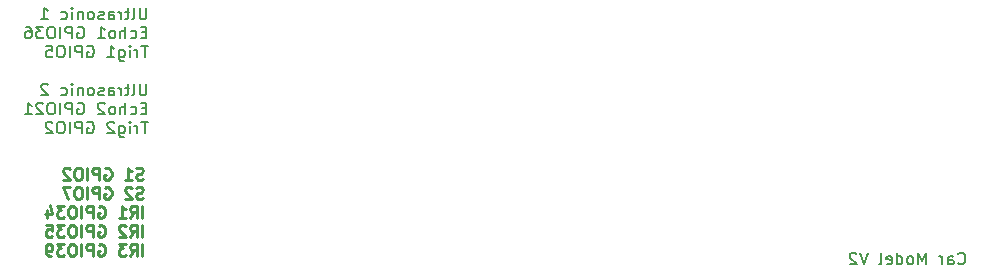
<source format=gbr>
%TF.GenerationSoftware,KiCad,Pcbnew,9.0.2*%
%TF.CreationDate,2025-05-20T20:50:19+05:30*%
%TF.ProjectId,esp32 master,65737033-3220-46d6-9173-7465722e6b69,rev?*%
%TF.SameCoordinates,Original*%
%TF.FileFunction,Legend,Bot*%
%TF.FilePolarity,Positive*%
%FSLAX46Y46*%
G04 Gerber Fmt 4.6, Leading zero omitted, Abs format (unit mm)*
G04 Created by KiCad (PCBNEW 9.0.2) date 2025-05-20 20:50:19*
%MOMM*%
%LPD*%
G01*
G04 APERTURE LIST*
%ADD10C,0.250000*%
%ADD11C,0.200000*%
G04 APERTURE END LIST*
D10*
X81515050Y-106877224D02*
X81372193Y-106924843D01*
X81372193Y-106924843D02*
X81134098Y-106924843D01*
X81134098Y-106924843D02*
X81038860Y-106877224D01*
X81038860Y-106877224D02*
X80991241Y-106829604D01*
X80991241Y-106829604D02*
X80943622Y-106734366D01*
X80943622Y-106734366D02*
X80943622Y-106639128D01*
X80943622Y-106639128D02*
X80991241Y-106543890D01*
X80991241Y-106543890D02*
X81038860Y-106496271D01*
X81038860Y-106496271D02*
X81134098Y-106448652D01*
X81134098Y-106448652D02*
X81324574Y-106401033D01*
X81324574Y-106401033D02*
X81419812Y-106353414D01*
X81419812Y-106353414D02*
X81467431Y-106305795D01*
X81467431Y-106305795D02*
X81515050Y-106210557D01*
X81515050Y-106210557D02*
X81515050Y-106115319D01*
X81515050Y-106115319D02*
X81467431Y-106020081D01*
X81467431Y-106020081D02*
X81419812Y-105972462D01*
X81419812Y-105972462D02*
X81324574Y-105924843D01*
X81324574Y-105924843D02*
X81086479Y-105924843D01*
X81086479Y-105924843D02*
X80943622Y-105972462D01*
X79991241Y-106924843D02*
X80562669Y-106924843D01*
X80276955Y-106924843D02*
X80276955Y-105924843D01*
X80276955Y-105924843D02*
X80372193Y-106067700D01*
X80372193Y-106067700D02*
X80467431Y-106162938D01*
X80467431Y-106162938D02*
X80562669Y-106210557D01*
X78276955Y-105972462D02*
X78372193Y-105924843D01*
X78372193Y-105924843D02*
X78515050Y-105924843D01*
X78515050Y-105924843D02*
X78657907Y-105972462D01*
X78657907Y-105972462D02*
X78753145Y-106067700D01*
X78753145Y-106067700D02*
X78800764Y-106162938D01*
X78800764Y-106162938D02*
X78848383Y-106353414D01*
X78848383Y-106353414D02*
X78848383Y-106496271D01*
X78848383Y-106496271D02*
X78800764Y-106686747D01*
X78800764Y-106686747D02*
X78753145Y-106781985D01*
X78753145Y-106781985D02*
X78657907Y-106877224D01*
X78657907Y-106877224D02*
X78515050Y-106924843D01*
X78515050Y-106924843D02*
X78419812Y-106924843D01*
X78419812Y-106924843D02*
X78276955Y-106877224D01*
X78276955Y-106877224D02*
X78229336Y-106829604D01*
X78229336Y-106829604D02*
X78229336Y-106496271D01*
X78229336Y-106496271D02*
X78419812Y-106496271D01*
X77800764Y-106924843D02*
X77800764Y-105924843D01*
X77800764Y-105924843D02*
X77419812Y-105924843D01*
X77419812Y-105924843D02*
X77324574Y-105972462D01*
X77324574Y-105972462D02*
X77276955Y-106020081D01*
X77276955Y-106020081D02*
X77229336Y-106115319D01*
X77229336Y-106115319D02*
X77229336Y-106258176D01*
X77229336Y-106258176D02*
X77276955Y-106353414D01*
X77276955Y-106353414D02*
X77324574Y-106401033D01*
X77324574Y-106401033D02*
X77419812Y-106448652D01*
X77419812Y-106448652D02*
X77800764Y-106448652D01*
X76800764Y-106924843D02*
X76800764Y-105924843D01*
X76134098Y-105924843D02*
X75943622Y-105924843D01*
X75943622Y-105924843D02*
X75848384Y-105972462D01*
X75848384Y-105972462D02*
X75753146Y-106067700D01*
X75753146Y-106067700D02*
X75705527Y-106258176D01*
X75705527Y-106258176D02*
X75705527Y-106591509D01*
X75705527Y-106591509D02*
X75753146Y-106781985D01*
X75753146Y-106781985D02*
X75848384Y-106877224D01*
X75848384Y-106877224D02*
X75943622Y-106924843D01*
X75943622Y-106924843D02*
X76134098Y-106924843D01*
X76134098Y-106924843D02*
X76229336Y-106877224D01*
X76229336Y-106877224D02*
X76324574Y-106781985D01*
X76324574Y-106781985D02*
X76372193Y-106591509D01*
X76372193Y-106591509D02*
X76372193Y-106258176D01*
X76372193Y-106258176D02*
X76324574Y-106067700D01*
X76324574Y-106067700D02*
X76229336Y-105972462D01*
X76229336Y-105972462D02*
X76134098Y-105924843D01*
X75324574Y-106020081D02*
X75276955Y-105972462D01*
X75276955Y-105972462D02*
X75181717Y-105924843D01*
X75181717Y-105924843D02*
X74943622Y-105924843D01*
X74943622Y-105924843D02*
X74848384Y-105972462D01*
X74848384Y-105972462D02*
X74800765Y-106020081D01*
X74800765Y-106020081D02*
X74753146Y-106115319D01*
X74753146Y-106115319D02*
X74753146Y-106210557D01*
X74753146Y-106210557D02*
X74800765Y-106353414D01*
X74800765Y-106353414D02*
X75372193Y-106924843D01*
X75372193Y-106924843D02*
X74753146Y-106924843D01*
X81515050Y-108487168D02*
X81372193Y-108534787D01*
X81372193Y-108534787D02*
X81134098Y-108534787D01*
X81134098Y-108534787D02*
X81038860Y-108487168D01*
X81038860Y-108487168D02*
X80991241Y-108439548D01*
X80991241Y-108439548D02*
X80943622Y-108344310D01*
X80943622Y-108344310D02*
X80943622Y-108249072D01*
X80943622Y-108249072D02*
X80991241Y-108153834D01*
X80991241Y-108153834D02*
X81038860Y-108106215D01*
X81038860Y-108106215D02*
X81134098Y-108058596D01*
X81134098Y-108058596D02*
X81324574Y-108010977D01*
X81324574Y-108010977D02*
X81419812Y-107963358D01*
X81419812Y-107963358D02*
X81467431Y-107915739D01*
X81467431Y-107915739D02*
X81515050Y-107820501D01*
X81515050Y-107820501D02*
X81515050Y-107725263D01*
X81515050Y-107725263D02*
X81467431Y-107630025D01*
X81467431Y-107630025D02*
X81419812Y-107582406D01*
X81419812Y-107582406D02*
X81324574Y-107534787D01*
X81324574Y-107534787D02*
X81086479Y-107534787D01*
X81086479Y-107534787D02*
X80943622Y-107582406D01*
X80562669Y-107630025D02*
X80515050Y-107582406D01*
X80515050Y-107582406D02*
X80419812Y-107534787D01*
X80419812Y-107534787D02*
X80181717Y-107534787D01*
X80181717Y-107534787D02*
X80086479Y-107582406D01*
X80086479Y-107582406D02*
X80038860Y-107630025D01*
X80038860Y-107630025D02*
X79991241Y-107725263D01*
X79991241Y-107725263D02*
X79991241Y-107820501D01*
X79991241Y-107820501D02*
X80038860Y-107963358D01*
X80038860Y-107963358D02*
X80610288Y-108534787D01*
X80610288Y-108534787D02*
X79991241Y-108534787D01*
X78276955Y-107582406D02*
X78372193Y-107534787D01*
X78372193Y-107534787D02*
X78515050Y-107534787D01*
X78515050Y-107534787D02*
X78657907Y-107582406D01*
X78657907Y-107582406D02*
X78753145Y-107677644D01*
X78753145Y-107677644D02*
X78800764Y-107772882D01*
X78800764Y-107772882D02*
X78848383Y-107963358D01*
X78848383Y-107963358D02*
X78848383Y-108106215D01*
X78848383Y-108106215D02*
X78800764Y-108296691D01*
X78800764Y-108296691D02*
X78753145Y-108391929D01*
X78753145Y-108391929D02*
X78657907Y-108487168D01*
X78657907Y-108487168D02*
X78515050Y-108534787D01*
X78515050Y-108534787D02*
X78419812Y-108534787D01*
X78419812Y-108534787D02*
X78276955Y-108487168D01*
X78276955Y-108487168D02*
X78229336Y-108439548D01*
X78229336Y-108439548D02*
X78229336Y-108106215D01*
X78229336Y-108106215D02*
X78419812Y-108106215D01*
X77800764Y-108534787D02*
X77800764Y-107534787D01*
X77800764Y-107534787D02*
X77419812Y-107534787D01*
X77419812Y-107534787D02*
X77324574Y-107582406D01*
X77324574Y-107582406D02*
X77276955Y-107630025D01*
X77276955Y-107630025D02*
X77229336Y-107725263D01*
X77229336Y-107725263D02*
X77229336Y-107868120D01*
X77229336Y-107868120D02*
X77276955Y-107963358D01*
X77276955Y-107963358D02*
X77324574Y-108010977D01*
X77324574Y-108010977D02*
X77419812Y-108058596D01*
X77419812Y-108058596D02*
X77800764Y-108058596D01*
X76800764Y-108534787D02*
X76800764Y-107534787D01*
X76134098Y-107534787D02*
X75943622Y-107534787D01*
X75943622Y-107534787D02*
X75848384Y-107582406D01*
X75848384Y-107582406D02*
X75753146Y-107677644D01*
X75753146Y-107677644D02*
X75705527Y-107868120D01*
X75705527Y-107868120D02*
X75705527Y-108201453D01*
X75705527Y-108201453D02*
X75753146Y-108391929D01*
X75753146Y-108391929D02*
X75848384Y-108487168D01*
X75848384Y-108487168D02*
X75943622Y-108534787D01*
X75943622Y-108534787D02*
X76134098Y-108534787D01*
X76134098Y-108534787D02*
X76229336Y-108487168D01*
X76229336Y-108487168D02*
X76324574Y-108391929D01*
X76324574Y-108391929D02*
X76372193Y-108201453D01*
X76372193Y-108201453D02*
X76372193Y-107868120D01*
X76372193Y-107868120D02*
X76324574Y-107677644D01*
X76324574Y-107677644D02*
X76229336Y-107582406D01*
X76229336Y-107582406D02*
X76134098Y-107534787D01*
X75372193Y-107534787D02*
X74705527Y-107534787D01*
X74705527Y-107534787D02*
X75134098Y-108534787D01*
X81467431Y-110144731D02*
X81467431Y-109144731D01*
X80419813Y-110144731D02*
X80753146Y-109668540D01*
X80991241Y-110144731D02*
X80991241Y-109144731D01*
X80991241Y-109144731D02*
X80610289Y-109144731D01*
X80610289Y-109144731D02*
X80515051Y-109192350D01*
X80515051Y-109192350D02*
X80467432Y-109239969D01*
X80467432Y-109239969D02*
X80419813Y-109335207D01*
X80419813Y-109335207D02*
X80419813Y-109478064D01*
X80419813Y-109478064D02*
X80467432Y-109573302D01*
X80467432Y-109573302D02*
X80515051Y-109620921D01*
X80515051Y-109620921D02*
X80610289Y-109668540D01*
X80610289Y-109668540D02*
X80991241Y-109668540D01*
X79467432Y-110144731D02*
X80038860Y-110144731D01*
X79753146Y-110144731D02*
X79753146Y-109144731D01*
X79753146Y-109144731D02*
X79848384Y-109287588D01*
X79848384Y-109287588D02*
X79943622Y-109382826D01*
X79943622Y-109382826D02*
X80038860Y-109430445D01*
X77753146Y-109192350D02*
X77848384Y-109144731D01*
X77848384Y-109144731D02*
X77991241Y-109144731D01*
X77991241Y-109144731D02*
X78134098Y-109192350D01*
X78134098Y-109192350D02*
X78229336Y-109287588D01*
X78229336Y-109287588D02*
X78276955Y-109382826D01*
X78276955Y-109382826D02*
X78324574Y-109573302D01*
X78324574Y-109573302D02*
X78324574Y-109716159D01*
X78324574Y-109716159D02*
X78276955Y-109906635D01*
X78276955Y-109906635D02*
X78229336Y-110001873D01*
X78229336Y-110001873D02*
X78134098Y-110097112D01*
X78134098Y-110097112D02*
X77991241Y-110144731D01*
X77991241Y-110144731D02*
X77896003Y-110144731D01*
X77896003Y-110144731D02*
X77753146Y-110097112D01*
X77753146Y-110097112D02*
X77705527Y-110049492D01*
X77705527Y-110049492D02*
X77705527Y-109716159D01*
X77705527Y-109716159D02*
X77896003Y-109716159D01*
X77276955Y-110144731D02*
X77276955Y-109144731D01*
X77276955Y-109144731D02*
X76896003Y-109144731D01*
X76896003Y-109144731D02*
X76800765Y-109192350D01*
X76800765Y-109192350D02*
X76753146Y-109239969D01*
X76753146Y-109239969D02*
X76705527Y-109335207D01*
X76705527Y-109335207D02*
X76705527Y-109478064D01*
X76705527Y-109478064D02*
X76753146Y-109573302D01*
X76753146Y-109573302D02*
X76800765Y-109620921D01*
X76800765Y-109620921D02*
X76896003Y-109668540D01*
X76896003Y-109668540D02*
X77276955Y-109668540D01*
X76276955Y-110144731D02*
X76276955Y-109144731D01*
X75610289Y-109144731D02*
X75419813Y-109144731D01*
X75419813Y-109144731D02*
X75324575Y-109192350D01*
X75324575Y-109192350D02*
X75229337Y-109287588D01*
X75229337Y-109287588D02*
X75181718Y-109478064D01*
X75181718Y-109478064D02*
X75181718Y-109811397D01*
X75181718Y-109811397D02*
X75229337Y-110001873D01*
X75229337Y-110001873D02*
X75324575Y-110097112D01*
X75324575Y-110097112D02*
X75419813Y-110144731D01*
X75419813Y-110144731D02*
X75610289Y-110144731D01*
X75610289Y-110144731D02*
X75705527Y-110097112D01*
X75705527Y-110097112D02*
X75800765Y-110001873D01*
X75800765Y-110001873D02*
X75848384Y-109811397D01*
X75848384Y-109811397D02*
X75848384Y-109478064D01*
X75848384Y-109478064D02*
X75800765Y-109287588D01*
X75800765Y-109287588D02*
X75705527Y-109192350D01*
X75705527Y-109192350D02*
X75610289Y-109144731D01*
X74848384Y-109144731D02*
X74229337Y-109144731D01*
X74229337Y-109144731D02*
X74562670Y-109525683D01*
X74562670Y-109525683D02*
X74419813Y-109525683D01*
X74419813Y-109525683D02*
X74324575Y-109573302D01*
X74324575Y-109573302D02*
X74276956Y-109620921D01*
X74276956Y-109620921D02*
X74229337Y-109716159D01*
X74229337Y-109716159D02*
X74229337Y-109954254D01*
X74229337Y-109954254D02*
X74276956Y-110049492D01*
X74276956Y-110049492D02*
X74324575Y-110097112D01*
X74324575Y-110097112D02*
X74419813Y-110144731D01*
X74419813Y-110144731D02*
X74705527Y-110144731D01*
X74705527Y-110144731D02*
X74800765Y-110097112D01*
X74800765Y-110097112D02*
X74848384Y-110049492D01*
X73372194Y-109478064D02*
X73372194Y-110144731D01*
X73610289Y-109097112D02*
X73848384Y-109811397D01*
X73848384Y-109811397D02*
X73229337Y-109811397D01*
X81467431Y-111754675D02*
X81467431Y-110754675D01*
X80419813Y-111754675D02*
X80753146Y-111278484D01*
X80991241Y-111754675D02*
X80991241Y-110754675D01*
X80991241Y-110754675D02*
X80610289Y-110754675D01*
X80610289Y-110754675D02*
X80515051Y-110802294D01*
X80515051Y-110802294D02*
X80467432Y-110849913D01*
X80467432Y-110849913D02*
X80419813Y-110945151D01*
X80419813Y-110945151D02*
X80419813Y-111088008D01*
X80419813Y-111088008D02*
X80467432Y-111183246D01*
X80467432Y-111183246D02*
X80515051Y-111230865D01*
X80515051Y-111230865D02*
X80610289Y-111278484D01*
X80610289Y-111278484D02*
X80991241Y-111278484D01*
X80038860Y-110849913D02*
X79991241Y-110802294D01*
X79991241Y-110802294D02*
X79896003Y-110754675D01*
X79896003Y-110754675D02*
X79657908Y-110754675D01*
X79657908Y-110754675D02*
X79562670Y-110802294D01*
X79562670Y-110802294D02*
X79515051Y-110849913D01*
X79515051Y-110849913D02*
X79467432Y-110945151D01*
X79467432Y-110945151D02*
X79467432Y-111040389D01*
X79467432Y-111040389D02*
X79515051Y-111183246D01*
X79515051Y-111183246D02*
X80086479Y-111754675D01*
X80086479Y-111754675D02*
X79467432Y-111754675D01*
X77753146Y-110802294D02*
X77848384Y-110754675D01*
X77848384Y-110754675D02*
X77991241Y-110754675D01*
X77991241Y-110754675D02*
X78134098Y-110802294D01*
X78134098Y-110802294D02*
X78229336Y-110897532D01*
X78229336Y-110897532D02*
X78276955Y-110992770D01*
X78276955Y-110992770D02*
X78324574Y-111183246D01*
X78324574Y-111183246D02*
X78324574Y-111326103D01*
X78324574Y-111326103D02*
X78276955Y-111516579D01*
X78276955Y-111516579D02*
X78229336Y-111611817D01*
X78229336Y-111611817D02*
X78134098Y-111707056D01*
X78134098Y-111707056D02*
X77991241Y-111754675D01*
X77991241Y-111754675D02*
X77896003Y-111754675D01*
X77896003Y-111754675D02*
X77753146Y-111707056D01*
X77753146Y-111707056D02*
X77705527Y-111659436D01*
X77705527Y-111659436D02*
X77705527Y-111326103D01*
X77705527Y-111326103D02*
X77896003Y-111326103D01*
X77276955Y-111754675D02*
X77276955Y-110754675D01*
X77276955Y-110754675D02*
X76896003Y-110754675D01*
X76896003Y-110754675D02*
X76800765Y-110802294D01*
X76800765Y-110802294D02*
X76753146Y-110849913D01*
X76753146Y-110849913D02*
X76705527Y-110945151D01*
X76705527Y-110945151D02*
X76705527Y-111088008D01*
X76705527Y-111088008D02*
X76753146Y-111183246D01*
X76753146Y-111183246D02*
X76800765Y-111230865D01*
X76800765Y-111230865D02*
X76896003Y-111278484D01*
X76896003Y-111278484D02*
X77276955Y-111278484D01*
X76276955Y-111754675D02*
X76276955Y-110754675D01*
X75610289Y-110754675D02*
X75419813Y-110754675D01*
X75419813Y-110754675D02*
X75324575Y-110802294D01*
X75324575Y-110802294D02*
X75229337Y-110897532D01*
X75229337Y-110897532D02*
X75181718Y-111088008D01*
X75181718Y-111088008D02*
X75181718Y-111421341D01*
X75181718Y-111421341D02*
X75229337Y-111611817D01*
X75229337Y-111611817D02*
X75324575Y-111707056D01*
X75324575Y-111707056D02*
X75419813Y-111754675D01*
X75419813Y-111754675D02*
X75610289Y-111754675D01*
X75610289Y-111754675D02*
X75705527Y-111707056D01*
X75705527Y-111707056D02*
X75800765Y-111611817D01*
X75800765Y-111611817D02*
X75848384Y-111421341D01*
X75848384Y-111421341D02*
X75848384Y-111088008D01*
X75848384Y-111088008D02*
X75800765Y-110897532D01*
X75800765Y-110897532D02*
X75705527Y-110802294D01*
X75705527Y-110802294D02*
X75610289Y-110754675D01*
X74848384Y-110754675D02*
X74229337Y-110754675D01*
X74229337Y-110754675D02*
X74562670Y-111135627D01*
X74562670Y-111135627D02*
X74419813Y-111135627D01*
X74419813Y-111135627D02*
X74324575Y-111183246D01*
X74324575Y-111183246D02*
X74276956Y-111230865D01*
X74276956Y-111230865D02*
X74229337Y-111326103D01*
X74229337Y-111326103D02*
X74229337Y-111564198D01*
X74229337Y-111564198D02*
X74276956Y-111659436D01*
X74276956Y-111659436D02*
X74324575Y-111707056D01*
X74324575Y-111707056D02*
X74419813Y-111754675D01*
X74419813Y-111754675D02*
X74705527Y-111754675D01*
X74705527Y-111754675D02*
X74800765Y-111707056D01*
X74800765Y-111707056D02*
X74848384Y-111659436D01*
X73324575Y-110754675D02*
X73800765Y-110754675D01*
X73800765Y-110754675D02*
X73848384Y-111230865D01*
X73848384Y-111230865D02*
X73800765Y-111183246D01*
X73800765Y-111183246D02*
X73705527Y-111135627D01*
X73705527Y-111135627D02*
X73467432Y-111135627D01*
X73467432Y-111135627D02*
X73372194Y-111183246D01*
X73372194Y-111183246D02*
X73324575Y-111230865D01*
X73324575Y-111230865D02*
X73276956Y-111326103D01*
X73276956Y-111326103D02*
X73276956Y-111564198D01*
X73276956Y-111564198D02*
X73324575Y-111659436D01*
X73324575Y-111659436D02*
X73372194Y-111707056D01*
X73372194Y-111707056D02*
X73467432Y-111754675D01*
X73467432Y-111754675D02*
X73705527Y-111754675D01*
X73705527Y-111754675D02*
X73800765Y-111707056D01*
X73800765Y-111707056D02*
X73848384Y-111659436D01*
X81467431Y-113364619D02*
X81467431Y-112364619D01*
X80419813Y-113364619D02*
X80753146Y-112888428D01*
X80991241Y-113364619D02*
X80991241Y-112364619D01*
X80991241Y-112364619D02*
X80610289Y-112364619D01*
X80610289Y-112364619D02*
X80515051Y-112412238D01*
X80515051Y-112412238D02*
X80467432Y-112459857D01*
X80467432Y-112459857D02*
X80419813Y-112555095D01*
X80419813Y-112555095D02*
X80419813Y-112697952D01*
X80419813Y-112697952D02*
X80467432Y-112793190D01*
X80467432Y-112793190D02*
X80515051Y-112840809D01*
X80515051Y-112840809D02*
X80610289Y-112888428D01*
X80610289Y-112888428D02*
X80991241Y-112888428D01*
X80086479Y-112364619D02*
X79467432Y-112364619D01*
X79467432Y-112364619D02*
X79800765Y-112745571D01*
X79800765Y-112745571D02*
X79657908Y-112745571D01*
X79657908Y-112745571D02*
X79562670Y-112793190D01*
X79562670Y-112793190D02*
X79515051Y-112840809D01*
X79515051Y-112840809D02*
X79467432Y-112936047D01*
X79467432Y-112936047D02*
X79467432Y-113174142D01*
X79467432Y-113174142D02*
X79515051Y-113269380D01*
X79515051Y-113269380D02*
X79562670Y-113317000D01*
X79562670Y-113317000D02*
X79657908Y-113364619D01*
X79657908Y-113364619D02*
X79943622Y-113364619D01*
X79943622Y-113364619D02*
X80038860Y-113317000D01*
X80038860Y-113317000D02*
X80086479Y-113269380D01*
X77753146Y-112412238D02*
X77848384Y-112364619D01*
X77848384Y-112364619D02*
X77991241Y-112364619D01*
X77991241Y-112364619D02*
X78134098Y-112412238D01*
X78134098Y-112412238D02*
X78229336Y-112507476D01*
X78229336Y-112507476D02*
X78276955Y-112602714D01*
X78276955Y-112602714D02*
X78324574Y-112793190D01*
X78324574Y-112793190D02*
X78324574Y-112936047D01*
X78324574Y-112936047D02*
X78276955Y-113126523D01*
X78276955Y-113126523D02*
X78229336Y-113221761D01*
X78229336Y-113221761D02*
X78134098Y-113317000D01*
X78134098Y-113317000D02*
X77991241Y-113364619D01*
X77991241Y-113364619D02*
X77896003Y-113364619D01*
X77896003Y-113364619D02*
X77753146Y-113317000D01*
X77753146Y-113317000D02*
X77705527Y-113269380D01*
X77705527Y-113269380D02*
X77705527Y-112936047D01*
X77705527Y-112936047D02*
X77896003Y-112936047D01*
X77276955Y-113364619D02*
X77276955Y-112364619D01*
X77276955Y-112364619D02*
X76896003Y-112364619D01*
X76896003Y-112364619D02*
X76800765Y-112412238D01*
X76800765Y-112412238D02*
X76753146Y-112459857D01*
X76753146Y-112459857D02*
X76705527Y-112555095D01*
X76705527Y-112555095D02*
X76705527Y-112697952D01*
X76705527Y-112697952D02*
X76753146Y-112793190D01*
X76753146Y-112793190D02*
X76800765Y-112840809D01*
X76800765Y-112840809D02*
X76896003Y-112888428D01*
X76896003Y-112888428D02*
X77276955Y-112888428D01*
X76276955Y-113364619D02*
X76276955Y-112364619D01*
X75610289Y-112364619D02*
X75419813Y-112364619D01*
X75419813Y-112364619D02*
X75324575Y-112412238D01*
X75324575Y-112412238D02*
X75229337Y-112507476D01*
X75229337Y-112507476D02*
X75181718Y-112697952D01*
X75181718Y-112697952D02*
X75181718Y-113031285D01*
X75181718Y-113031285D02*
X75229337Y-113221761D01*
X75229337Y-113221761D02*
X75324575Y-113317000D01*
X75324575Y-113317000D02*
X75419813Y-113364619D01*
X75419813Y-113364619D02*
X75610289Y-113364619D01*
X75610289Y-113364619D02*
X75705527Y-113317000D01*
X75705527Y-113317000D02*
X75800765Y-113221761D01*
X75800765Y-113221761D02*
X75848384Y-113031285D01*
X75848384Y-113031285D02*
X75848384Y-112697952D01*
X75848384Y-112697952D02*
X75800765Y-112507476D01*
X75800765Y-112507476D02*
X75705527Y-112412238D01*
X75705527Y-112412238D02*
X75610289Y-112364619D01*
X74848384Y-112364619D02*
X74229337Y-112364619D01*
X74229337Y-112364619D02*
X74562670Y-112745571D01*
X74562670Y-112745571D02*
X74419813Y-112745571D01*
X74419813Y-112745571D02*
X74324575Y-112793190D01*
X74324575Y-112793190D02*
X74276956Y-112840809D01*
X74276956Y-112840809D02*
X74229337Y-112936047D01*
X74229337Y-112936047D02*
X74229337Y-113174142D01*
X74229337Y-113174142D02*
X74276956Y-113269380D01*
X74276956Y-113269380D02*
X74324575Y-113317000D01*
X74324575Y-113317000D02*
X74419813Y-113364619D01*
X74419813Y-113364619D02*
X74705527Y-113364619D01*
X74705527Y-113364619D02*
X74800765Y-113317000D01*
X74800765Y-113317000D02*
X74848384Y-113269380D01*
X73753146Y-113364619D02*
X73562670Y-113364619D01*
X73562670Y-113364619D02*
X73467432Y-113317000D01*
X73467432Y-113317000D02*
X73419813Y-113269380D01*
X73419813Y-113269380D02*
X73324575Y-113126523D01*
X73324575Y-113126523D02*
X73276956Y-112936047D01*
X73276956Y-112936047D02*
X73276956Y-112555095D01*
X73276956Y-112555095D02*
X73324575Y-112459857D01*
X73324575Y-112459857D02*
X73372194Y-112412238D01*
X73372194Y-112412238D02*
X73467432Y-112364619D01*
X73467432Y-112364619D02*
X73657908Y-112364619D01*
X73657908Y-112364619D02*
X73753146Y-112412238D01*
X73753146Y-112412238D02*
X73800765Y-112459857D01*
X73800765Y-112459857D02*
X73848384Y-112555095D01*
X73848384Y-112555095D02*
X73848384Y-112793190D01*
X73848384Y-112793190D02*
X73800765Y-112888428D01*
X73800765Y-112888428D02*
X73753146Y-112936047D01*
X73753146Y-112936047D02*
X73657908Y-112983666D01*
X73657908Y-112983666D02*
X73467432Y-112983666D01*
X73467432Y-112983666D02*
X73372194Y-112936047D01*
X73372194Y-112936047D02*
X73324575Y-112888428D01*
X73324575Y-112888428D02*
X73276956Y-112793190D01*
D11*
X150528898Y-113991980D02*
X150576517Y-114039600D01*
X150576517Y-114039600D02*
X150719374Y-114087219D01*
X150719374Y-114087219D02*
X150814612Y-114087219D01*
X150814612Y-114087219D02*
X150957469Y-114039600D01*
X150957469Y-114039600D02*
X151052707Y-113944361D01*
X151052707Y-113944361D02*
X151100326Y-113849123D01*
X151100326Y-113849123D02*
X151147945Y-113658647D01*
X151147945Y-113658647D02*
X151147945Y-113515790D01*
X151147945Y-113515790D02*
X151100326Y-113325314D01*
X151100326Y-113325314D02*
X151052707Y-113230076D01*
X151052707Y-113230076D02*
X150957469Y-113134838D01*
X150957469Y-113134838D02*
X150814612Y-113087219D01*
X150814612Y-113087219D02*
X150719374Y-113087219D01*
X150719374Y-113087219D02*
X150576517Y-113134838D01*
X150576517Y-113134838D02*
X150528898Y-113182457D01*
X149671755Y-114087219D02*
X149671755Y-113563409D01*
X149671755Y-113563409D02*
X149719374Y-113468171D01*
X149719374Y-113468171D02*
X149814612Y-113420552D01*
X149814612Y-113420552D02*
X150005088Y-113420552D01*
X150005088Y-113420552D02*
X150100326Y-113468171D01*
X149671755Y-114039600D02*
X149766993Y-114087219D01*
X149766993Y-114087219D02*
X150005088Y-114087219D01*
X150005088Y-114087219D02*
X150100326Y-114039600D01*
X150100326Y-114039600D02*
X150147945Y-113944361D01*
X150147945Y-113944361D02*
X150147945Y-113849123D01*
X150147945Y-113849123D02*
X150100326Y-113753885D01*
X150100326Y-113753885D02*
X150005088Y-113706266D01*
X150005088Y-113706266D02*
X149766993Y-113706266D01*
X149766993Y-113706266D02*
X149671755Y-113658647D01*
X149195564Y-114087219D02*
X149195564Y-113420552D01*
X149195564Y-113611028D02*
X149147945Y-113515790D01*
X149147945Y-113515790D02*
X149100326Y-113468171D01*
X149100326Y-113468171D02*
X149005088Y-113420552D01*
X149005088Y-113420552D02*
X148909850Y-113420552D01*
X147814611Y-114087219D02*
X147814611Y-113087219D01*
X147814611Y-113087219D02*
X147481278Y-113801504D01*
X147481278Y-113801504D02*
X147147945Y-113087219D01*
X147147945Y-113087219D02*
X147147945Y-114087219D01*
X146528897Y-114087219D02*
X146624135Y-114039600D01*
X146624135Y-114039600D02*
X146671754Y-113991980D01*
X146671754Y-113991980D02*
X146719373Y-113896742D01*
X146719373Y-113896742D02*
X146719373Y-113611028D01*
X146719373Y-113611028D02*
X146671754Y-113515790D01*
X146671754Y-113515790D02*
X146624135Y-113468171D01*
X146624135Y-113468171D02*
X146528897Y-113420552D01*
X146528897Y-113420552D02*
X146386040Y-113420552D01*
X146386040Y-113420552D02*
X146290802Y-113468171D01*
X146290802Y-113468171D02*
X146243183Y-113515790D01*
X146243183Y-113515790D02*
X146195564Y-113611028D01*
X146195564Y-113611028D02*
X146195564Y-113896742D01*
X146195564Y-113896742D02*
X146243183Y-113991980D01*
X146243183Y-113991980D02*
X146290802Y-114039600D01*
X146290802Y-114039600D02*
X146386040Y-114087219D01*
X146386040Y-114087219D02*
X146528897Y-114087219D01*
X145338421Y-114087219D02*
X145338421Y-113087219D01*
X145338421Y-114039600D02*
X145433659Y-114087219D01*
X145433659Y-114087219D02*
X145624135Y-114087219D01*
X145624135Y-114087219D02*
X145719373Y-114039600D01*
X145719373Y-114039600D02*
X145766992Y-113991980D01*
X145766992Y-113991980D02*
X145814611Y-113896742D01*
X145814611Y-113896742D02*
X145814611Y-113611028D01*
X145814611Y-113611028D02*
X145766992Y-113515790D01*
X145766992Y-113515790D02*
X145719373Y-113468171D01*
X145719373Y-113468171D02*
X145624135Y-113420552D01*
X145624135Y-113420552D02*
X145433659Y-113420552D01*
X145433659Y-113420552D02*
X145338421Y-113468171D01*
X144481278Y-114039600D02*
X144576516Y-114087219D01*
X144576516Y-114087219D02*
X144766992Y-114087219D01*
X144766992Y-114087219D02*
X144862230Y-114039600D01*
X144862230Y-114039600D02*
X144909849Y-113944361D01*
X144909849Y-113944361D02*
X144909849Y-113563409D01*
X144909849Y-113563409D02*
X144862230Y-113468171D01*
X144862230Y-113468171D02*
X144766992Y-113420552D01*
X144766992Y-113420552D02*
X144576516Y-113420552D01*
X144576516Y-113420552D02*
X144481278Y-113468171D01*
X144481278Y-113468171D02*
X144433659Y-113563409D01*
X144433659Y-113563409D02*
X144433659Y-113658647D01*
X144433659Y-113658647D02*
X144909849Y-113753885D01*
X143862230Y-114087219D02*
X143957468Y-114039600D01*
X143957468Y-114039600D02*
X144005087Y-113944361D01*
X144005087Y-113944361D02*
X144005087Y-113087219D01*
X142862229Y-113087219D02*
X142528896Y-114087219D01*
X142528896Y-114087219D02*
X142195563Y-113087219D01*
X141909848Y-113182457D02*
X141862229Y-113134838D01*
X141862229Y-113134838D02*
X141766991Y-113087219D01*
X141766991Y-113087219D02*
X141528896Y-113087219D01*
X141528896Y-113087219D02*
X141433658Y-113134838D01*
X141433658Y-113134838D02*
X141386039Y-113182457D01*
X141386039Y-113182457D02*
X141338420Y-113277695D01*
X141338420Y-113277695D02*
X141338420Y-113372933D01*
X141338420Y-113372933D02*
X141386039Y-113515790D01*
X141386039Y-113515790D02*
X141957467Y-114087219D01*
X141957467Y-114087219D02*
X141338420Y-114087219D01*
X81790326Y-92347555D02*
X81790326Y-93157078D01*
X81790326Y-93157078D02*
X81742707Y-93252316D01*
X81742707Y-93252316D02*
X81695088Y-93299936D01*
X81695088Y-93299936D02*
X81599850Y-93347555D01*
X81599850Y-93347555D02*
X81409374Y-93347555D01*
X81409374Y-93347555D02*
X81314136Y-93299936D01*
X81314136Y-93299936D02*
X81266517Y-93252316D01*
X81266517Y-93252316D02*
X81218898Y-93157078D01*
X81218898Y-93157078D02*
X81218898Y-92347555D01*
X80599850Y-93347555D02*
X80695088Y-93299936D01*
X80695088Y-93299936D02*
X80742707Y-93204697D01*
X80742707Y-93204697D02*
X80742707Y-92347555D01*
X80361754Y-92680888D02*
X79980802Y-92680888D01*
X80218897Y-92347555D02*
X80218897Y-93204697D01*
X80218897Y-93204697D02*
X80171278Y-93299936D01*
X80171278Y-93299936D02*
X80076040Y-93347555D01*
X80076040Y-93347555D02*
X79980802Y-93347555D01*
X79647468Y-93347555D02*
X79647468Y-92680888D01*
X79647468Y-92871364D02*
X79599849Y-92776126D01*
X79599849Y-92776126D02*
X79552230Y-92728507D01*
X79552230Y-92728507D02*
X79456992Y-92680888D01*
X79456992Y-92680888D02*
X79361754Y-92680888D01*
X78599849Y-93347555D02*
X78599849Y-92823745D01*
X78599849Y-92823745D02*
X78647468Y-92728507D01*
X78647468Y-92728507D02*
X78742706Y-92680888D01*
X78742706Y-92680888D02*
X78933182Y-92680888D01*
X78933182Y-92680888D02*
X79028420Y-92728507D01*
X78599849Y-93299936D02*
X78695087Y-93347555D01*
X78695087Y-93347555D02*
X78933182Y-93347555D01*
X78933182Y-93347555D02*
X79028420Y-93299936D01*
X79028420Y-93299936D02*
X79076039Y-93204697D01*
X79076039Y-93204697D02*
X79076039Y-93109459D01*
X79076039Y-93109459D02*
X79028420Y-93014221D01*
X79028420Y-93014221D02*
X78933182Y-92966602D01*
X78933182Y-92966602D02*
X78695087Y-92966602D01*
X78695087Y-92966602D02*
X78599849Y-92918983D01*
X78171277Y-93299936D02*
X78076039Y-93347555D01*
X78076039Y-93347555D02*
X77885563Y-93347555D01*
X77885563Y-93347555D02*
X77790325Y-93299936D01*
X77790325Y-93299936D02*
X77742706Y-93204697D01*
X77742706Y-93204697D02*
X77742706Y-93157078D01*
X77742706Y-93157078D02*
X77790325Y-93061840D01*
X77790325Y-93061840D02*
X77885563Y-93014221D01*
X77885563Y-93014221D02*
X78028420Y-93014221D01*
X78028420Y-93014221D02*
X78123658Y-92966602D01*
X78123658Y-92966602D02*
X78171277Y-92871364D01*
X78171277Y-92871364D02*
X78171277Y-92823745D01*
X78171277Y-92823745D02*
X78123658Y-92728507D01*
X78123658Y-92728507D02*
X78028420Y-92680888D01*
X78028420Y-92680888D02*
X77885563Y-92680888D01*
X77885563Y-92680888D02*
X77790325Y-92728507D01*
X77171277Y-93347555D02*
X77266515Y-93299936D01*
X77266515Y-93299936D02*
X77314134Y-93252316D01*
X77314134Y-93252316D02*
X77361753Y-93157078D01*
X77361753Y-93157078D02*
X77361753Y-92871364D01*
X77361753Y-92871364D02*
X77314134Y-92776126D01*
X77314134Y-92776126D02*
X77266515Y-92728507D01*
X77266515Y-92728507D02*
X77171277Y-92680888D01*
X77171277Y-92680888D02*
X77028420Y-92680888D01*
X77028420Y-92680888D02*
X76933182Y-92728507D01*
X76933182Y-92728507D02*
X76885563Y-92776126D01*
X76885563Y-92776126D02*
X76837944Y-92871364D01*
X76837944Y-92871364D02*
X76837944Y-93157078D01*
X76837944Y-93157078D02*
X76885563Y-93252316D01*
X76885563Y-93252316D02*
X76933182Y-93299936D01*
X76933182Y-93299936D02*
X77028420Y-93347555D01*
X77028420Y-93347555D02*
X77171277Y-93347555D01*
X76409372Y-92680888D02*
X76409372Y-93347555D01*
X76409372Y-92776126D02*
X76361753Y-92728507D01*
X76361753Y-92728507D02*
X76266515Y-92680888D01*
X76266515Y-92680888D02*
X76123658Y-92680888D01*
X76123658Y-92680888D02*
X76028420Y-92728507D01*
X76028420Y-92728507D02*
X75980801Y-92823745D01*
X75980801Y-92823745D02*
X75980801Y-93347555D01*
X75504610Y-93347555D02*
X75504610Y-92680888D01*
X75504610Y-92347555D02*
X75552229Y-92395174D01*
X75552229Y-92395174D02*
X75504610Y-92442793D01*
X75504610Y-92442793D02*
X75456991Y-92395174D01*
X75456991Y-92395174D02*
X75504610Y-92347555D01*
X75504610Y-92347555D02*
X75504610Y-92442793D01*
X74599849Y-93299936D02*
X74695087Y-93347555D01*
X74695087Y-93347555D02*
X74885563Y-93347555D01*
X74885563Y-93347555D02*
X74980801Y-93299936D01*
X74980801Y-93299936D02*
X75028420Y-93252316D01*
X75028420Y-93252316D02*
X75076039Y-93157078D01*
X75076039Y-93157078D02*
X75076039Y-92871364D01*
X75076039Y-92871364D02*
X75028420Y-92776126D01*
X75028420Y-92776126D02*
X74980801Y-92728507D01*
X74980801Y-92728507D02*
X74885563Y-92680888D01*
X74885563Y-92680888D02*
X74695087Y-92680888D01*
X74695087Y-92680888D02*
X74599849Y-92728507D01*
X72885563Y-93347555D02*
X73456991Y-93347555D01*
X73171277Y-93347555D02*
X73171277Y-92347555D01*
X73171277Y-92347555D02*
X73266515Y-92490412D01*
X73266515Y-92490412D02*
X73361753Y-92585650D01*
X73361753Y-92585650D02*
X73456991Y-92633269D01*
X81790326Y-94433689D02*
X81456993Y-94433689D01*
X81314136Y-94957499D02*
X81790326Y-94957499D01*
X81790326Y-94957499D02*
X81790326Y-93957499D01*
X81790326Y-93957499D02*
X81314136Y-93957499D01*
X80456993Y-94909880D02*
X80552231Y-94957499D01*
X80552231Y-94957499D02*
X80742707Y-94957499D01*
X80742707Y-94957499D02*
X80837945Y-94909880D01*
X80837945Y-94909880D02*
X80885564Y-94862260D01*
X80885564Y-94862260D02*
X80933183Y-94767022D01*
X80933183Y-94767022D02*
X80933183Y-94481308D01*
X80933183Y-94481308D02*
X80885564Y-94386070D01*
X80885564Y-94386070D02*
X80837945Y-94338451D01*
X80837945Y-94338451D02*
X80742707Y-94290832D01*
X80742707Y-94290832D02*
X80552231Y-94290832D01*
X80552231Y-94290832D02*
X80456993Y-94338451D01*
X80028421Y-94957499D02*
X80028421Y-93957499D01*
X79599850Y-94957499D02*
X79599850Y-94433689D01*
X79599850Y-94433689D02*
X79647469Y-94338451D01*
X79647469Y-94338451D02*
X79742707Y-94290832D01*
X79742707Y-94290832D02*
X79885564Y-94290832D01*
X79885564Y-94290832D02*
X79980802Y-94338451D01*
X79980802Y-94338451D02*
X80028421Y-94386070D01*
X78980802Y-94957499D02*
X79076040Y-94909880D01*
X79076040Y-94909880D02*
X79123659Y-94862260D01*
X79123659Y-94862260D02*
X79171278Y-94767022D01*
X79171278Y-94767022D02*
X79171278Y-94481308D01*
X79171278Y-94481308D02*
X79123659Y-94386070D01*
X79123659Y-94386070D02*
X79076040Y-94338451D01*
X79076040Y-94338451D02*
X78980802Y-94290832D01*
X78980802Y-94290832D02*
X78837945Y-94290832D01*
X78837945Y-94290832D02*
X78742707Y-94338451D01*
X78742707Y-94338451D02*
X78695088Y-94386070D01*
X78695088Y-94386070D02*
X78647469Y-94481308D01*
X78647469Y-94481308D02*
X78647469Y-94767022D01*
X78647469Y-94767022D02*
X78695088Y-94862260D01*
X78695088Y-94862260D02*
X78742707Y-94909880D01*
X78742707Y-94909880D02*
X78837945Y-94957499D01*
X78837945Y-94957499D02*
X78980802Y-94957499D01*
X77695088Y-94957499D02*
X78266516Y-94957499D01*
X77980802Y-94957499D02*
X77980802Y-93957499D01*
X77980802Y-93957499D02*
X78076040Y-94100356D01*
X78076040Y-94100356D02*
X78171278Y-94195594D01*
X78171278Y-94195594D02*
X78266516Y-94243213D01*
X75980802Y-94005118D02*
X76076040Y-93957499D01*
X76076040Y-93957499D02*
X76218897Y-93957499D01*
X76218897Y-93957499D02*
X76361754Y-94005118D01*
X76361754Y-94005118D02*
X76456992Y-94100356D01*
X76456992Y-94100356D02*
X76504611Y-94195594D01*
X76504611Y-94195594D02*
X76552230Y-94386070D01*
X76552230Y-94386070D02*
X76552230Y-94528927D01*
X76552230Y-94528927D02*
X76504611Y-94719403D01*
X76504611Y-94719403D02*
X76456992Y-94814641D01*
X76456992Y-94814641D02*
X76361754Y-94909880D01*
X76361754Y-94909880D02*
X76218897Y-94957499D01*
X76218897Y-94957499D02*
X76123659Y-94957499D01*
X76123659Y-94957499D02*
X75980802Y-94909880D01*
X75980802Y-94909880D02*
X75933183Y-94862260D01*
X75933183Y-94862260D02*
X75933183Y-94528927D01*
X75933183Y-94528927D02*
X76123659Y-94528927D01*
X75504611Y-94957499D02*
X75504611Y-93957499D01*
X75504611Y-93957499D02*
X75123659Y-93957499D01*
X75123659Y-93957499D02*
X75028421Y-94005118D01*
X75028421Y-94005118D02*
X74980802Y-94052737D01*
X74980802Y-94052737D02*
X74933183Y-94147975D01*
X74933183Y-94147975D02*
X74933183Y-94290832D01*
X74933183Y-94290832D02*
X74980802Y-94386070D01*
X74980802Y-94386070D02*
X75028421Y-94433689D01*
X75028421Y-94433689D02*
X75123659Y-94481308D01*
X75123659Y-94481308D02*
X75504611Y-94481308D01*
X74504611Y-94957499D02*
X74504611Y-93957499D01*
X73837945Y-93957499D02*
X73647469Y-93957499D01*
X73647469Y-93957499D02*
X73552231Y-94005118D01*
X73552231Y-94005118D02*
X73456993Y-94100356D01*
X73456993Y-94100356D02*
X73409374Y-94290832D01*
X73409374Y-94290832D02*
X73409374Y-94624165D01*
X73409374Y-94624165D02*
X73456993Y-94814641D01*
X73456993Y-94814641D02*
X73552231Y-94909880D01*
X73552231Y-94909880D02*
X73647469Y-94957499D01*
X73647469Y-94957499D02*
X73837945Y-94957499D01*
X73837945Y-94957499D02*
X73933183Y-94909880D01*
X73933183Y-94909880D02*
X74028421Y-94814641D01*
X74028421Y-94814641D02*
X74076040Y-94624165D01*
X74076040Y-94624165D02*
X74076040Y-94290832D01*
X74076040Y-94290832D02*
X74028421Y-94100356D01*
X74028421Y-94100356D02*
X73933183Y-94005118D01*
X73933183Y-94005118D02*
X73837945Y-93957499D01*
X73076040Y-93957499D02*
X72456993Y-93957499D01*
X72456993Y-93957499D02*
X72790326Y-94338451D01*
X72790326Y-94338451D02*
X72647469Y-94338451D01*
X72647469Y-94338451D02*
X72552231Y-94386070D01*
X72552231Y-94386070D02*
X72504612Y-94433689D01*
X72504612Y-94433689D02*
X72456993Y-94528927D01*
X72456993Y-94528927D02*
X72456993Y-94767022D01*
X72456993Y-94767022D02*
X72504612Y-94862260D01*
X72504612Y-94862260D02*
X72552231Y-94909880D01*
X72552231Y-94909880D02*
X72647469Y-94957499D01*
X72647469Y-94957499D02*
X72933183Y-94957499D01*
X72933183Y-94957499D02*
X73028421Y-94909880D01*
X73028421Y-94909880D02*
X73076040Y-94862260D01*
X71599850Y-93957499D02*
X71790326Y-93957499D01*
X71790326Y-93957499D02*
X71885564Y-94005118D01*
X71885564Y-94005118D02*
X71933183Y-94052737D01*
X71933183Y-94052737D02*
X72028421Y-94195594D01*
X72028421Y-94195594D02*
X72076040Y-94386070D01*
X72076040Y-94386070D02*
X72076040Y-94767022D01*
X72076040Y-94767022D02*
X72028421Y-94862260D01*
X72028421Y-94862260D02*
X71980802Y-94909880D01*
X71980802Y-94909880D02*
X71885564Y-94957499D01*
X71885564Y-94957499D02*
X71695088Y-94957499D01*
X71695088Y-94957499D02*
X71599850Y-94909880D01*
X71599850Y-94909880D02*
X71552231Y-94862260D01*
X71552231Y-94862260D02*
X71504612Y-94767022D01*
X71504612Y-94767022D02*
X71504612Y-94528927D01*
X71504612Y-94528927D02*
X71552231Y-94433689D01*
X71552231Y-94433689D02*
X71599850Y-94386070D01*
X71599850Y-94386070D02*
X71695088Y-94338451D01*
X71695088Y-94338451D02*
X71885564Y-94338451D01*
X71885564Y-94338451D02*
X71980802Y-94386070D01*
X71980802Y-94386070D02*
X72028421Y-94433689D01*
X72028421Y-94433689D02*
X72076040Y-94528927D01*
X81933183Y-95567443D02*
X81361755Y-95567443D01*
X81647469Y-96567443D02*
X81647469Y-95567443D01*
X81028421Y-96567443D02*
X81028421Y-95900776D01*
X81028421Y-96091252D02*
X80980802Y-95996014D01*
X80980802Y-95996014D02*
X80933183Y-95948395D01*
X80933183Y-95948395D02*
X80837945Y-95900776D01*
X80837945Y-95900776D02*
X80742707Y-95900776D01*
X80409373Y-96567443D02*
X80409373Y-95900776D01*
X80409373Y-95567443D02*
X80456992Y-95615062D01*
X80456992Y-95615062D02*
X80409373Y-95662681D01*
X80409373Y-95662681D02*
X80361754Y-95615062D01*
X80361754Y-95615062D02*
X80409373Y-95567443D01*
X80409373Y-95567443D02*
X80409373Y-95662681D01*
X79504612Y-95900776D02*
X79504612Y-96710300D01*
X79504612Y-96710300D02*
X79552231Y-96805538D01*
X79552231Y-96805538D02*
X79599850Y-96853157D01*
X79599850Y-96853157D02*
X79695088Y-96900776D01*
X79695088Y-96900776D02*
X79837945Y-96900776D01*
X79837945Y-96900776D02*
X79933183Y-96853157D01*
X79504612Y-96519824D02*
X79599850Y-96567443D01*
X79599850Y-96567443D02*
X79790326Y-96567443D01*
X79790326Y-96567443D02*
X79885564Y-96519824D01*
X79885564Y-96519824D02*
X79933183Y-96472204D01*
X79933183Y-96472204D02*
X79980802Y-96376966D01*
X79980802Y-96376966D02*
X79980802Y-96091252D01*
X79980802Y-96091252D02*
X79933183Y-95996014D01*
X79933183Y-95996014D02*
X79885564Y-95948395D01*
X79885564Y-95948395D02*
X79790326Y-95900776D01*
X79790326Y-95900776D02*
X79599850Y-95900776D01*
X79599850Y-95900776D02*
X79504612Y-95948395D01*
X78504612Y-96567443D02*
X79076040Y-96567443D01*
X78790326Y-96567443D02*
X78790326Y-95567443D01*
X78790326Y-95567443D02*
X78885564Y-95710300D01*
X78885564Y-95710300D02*
X78980802Y-95805538D01*
X78980802Y-95805538D02*
X79076040Y-95853157D01*
X76790326Y-95615062D02*
X76885564Y-95567443D01*
X76885564Y-95567443D02*
X77028421Y-95567443D01*
X77028421Y-95567443D02*
X77171278Y-95615062D01*
X77171278Y-95615062D02*
X77266516Y-95710300D01*
X77266516Y-95710300D02*
X77314135Y-95805538D01*
X77314135Y-95805538D02*
X77361754Y-95996014D01*
X77361754Y-95996014D02*
X77361754Y-96138871D01*
X77361754Y-96138871D02*
X77314135Y-96329347D01*
X77314135Y-96329347D02*
X77266516Y-96424585D01*
X77266516Y-96424585D02*
X77171278Y-96519824D01*
X77171278Y-96519824D02*
X77028421Y-96567443D01*
X77028421Y-96567443D02*
X76933183Y-96567443D01*
X76933183Y-96567443D02*
X76790326Y-96519824D01*
X76790326Y-96519824D02*
X76742707Y-96472204D01*
X76742707Y-96472204D02*
X76742707Y-96138871D01*
X76742707Y-96138871D02*
X76933183Y-96138871D01*
X76314135Y-96567443D02*
X76314135Y-95567443D01*
X76314135Y-95567443D02*
X75933183Y-95567443D01*
X75933183Y-95567443D02*
X75837945Y-95615062D01*
X75837945Y-95615062D02*
X75790326Y-95662681D01*
X75790326Y-95662681D02*
X75742707Y-95757919D01*
X75742707Y-95757919D02*
X75742707Y-95900776D01*
X75742707Y-95900776D02*
X75790326Y-95996014D01*
X75790326Y-95996014D02*
X75837945Y-96043633D01*
X75837945Y-96043633D02*
X75933183Y-96091252D01*
X75933183Y-96091252D02*
X76314135Y-96091252D01*
X75314135Y-96567443D02*
X75314135Y-95567443D01*
X74647469Y-95567443D02*
X74456993Y-95567443D01*
X74456993Y-95567443D02*
X74361755Y-95615062D01*
X74361755Y-95615062D02*
X74266517Y-95710300D01*
X74266517Y-95710300D02*
X74218898Y-95900776D01*
X74218898Y-95900776D02*
X74218898Y-96234109D01*
X74218898Y-96234109D02*
X74266517Y-96424585D01*
X74266517Y-96424585D02*
X74361755Y-96519824D01*
X74361755Y-96519824D02*
X74456993Y-96567443D01*
X74456993Y-96567443D02*
X74647469Y-96567443D01*
X74647469Y-96567443D02*
X74742707Y-96519824D01*
X74742707Y-96519824D02*
X74837945Y-96424585D01*
X74837945Y-96424585D02*
X74885564Y-96234109D01*
X74885564Y-96234109D02*
X74885564Y-95900776D01*
X74885564Y-95900776D02*
X74837945Y-95710300D01*
X74837945Y-95710300D02*
X74742707Y-95615062D01*
X74742707Y-95615062D02*
X74647469Y-95567443D01*
X73314136Y-95567443D02*
X73790326Y-95567443D01*
X73790326Y-95567443D02*
X73837945Y-96043633D01*
X73837945Y-96043633D02*
X73790326Y-95996014D01*
X73790326Y-95996014D02*
X73695088Y-95948395D01*
X73695088Y-95948395D02*
X73456993Y-95948395D01*
X73456993Y-95948395D02*
X73361755Y-95996014D01*
X73361755Y-95996014D02*
X73314136Y-96043633D01*
X73314136Y-96043633D02*
X73266517Y-96138871D01*
X73266517Y-96138871D02*
X73266517Y-96376966D01*
X73266517Y-96376966D02*
X73314136Y-96472204D01*
X73314136Y-96472204D02*
X73361755Y-96519824D01*
X73361755Y-96519824D02*
X73456993Y-96567443D01*
X73456993Y-96567443D02*
X73695088Y-96567443D01*
X73695088Y-96567443D02*
X73790326Y-96519824D01*
X73790326Y-96519824D02*
X73837945Y-96472204D01*
X81790326Y-98787331D02*
X81790326Y-99596854D01*
X81790326Y-99596854D02*
X81742707Y-99692092D01*
X81742707Y-99692092D02*
X81695088Y-99739712D01*
X81695088Y-99739712D02*
X81599850Y-99787331D01*
X81599850Y-99787331D02*
X81409374Y-99787331D01*
X81409374Y-99787331D02*
X81314136Y-99739712D01*
X81314136Y-99739712D02*
X81266517Y-99692092D01*
X81266517Y-99692092D02*
X81218898Y-99596854D01*
X81218898Y-99596854D02*
X81218898Y-98787331D01*
X80599850Y-99787331D02*
X80695088Y-99739712D01*
X80695088Y-99739712D02*
X80742707Y-99644473D01*
X80742707Y-99644473D02*
X80742707Y-98787331D01*
X80361754Y-99120664D02*
X79980802Y-99120664D01*
X80218897Y-98787331D02*
X80218897Y-99644473D01*
X80218897Y-99644473D02*
X80171278Y-99739712D01*
X80171278Y-99739712D02*
X80076040Y-99787331D01*
X80076040Y-99787331D02*
X79980802Y-99787331D01*
X79647468Y-99787331D02*
X79647468Y-99120664D01*
X79647468Y-99311140D02*
X79599849Y-99215902D01*
X79599849Y-99215902D02*
X79552230Y-99168283D01*
X79552230Y-99168283D02*
X79456992Y-99120664D01*
X79456992Y-99120664D02*
X79361754Y-99120664D01*
X78599849Y-99787331D02*
X78599849Y-99263521D01*
X78599849Y-99263521D02*
X78647468Y-99168283D01*
X78647468Y-99168283D02*
X78742706Y-99120664D01*
X78742706Y-99120664D02*
X78933182Y-99120664D01*
X78933182Y-99120664D02*
X79028420Y-99168283D01*
X78599849Y-99739712D02*
X78695087Y-99787331D01*
X78695087Y-99787331D02*
X78933182Y-99787331D01*
X78933182Y-99787331D02*
X79028420Y-99739712D01*
X79028420Y-99739712D02*
X79076039Y-99644473D01*
X79076039Y-99644473D02*
X79076039Y-99549235D01*
X79076039Y-99549235D02*
X79028420Y-99453997D01*
X79028420Y-99453997D02*
X78933182Y-99406378D01*
X78933182Y-99406378D02*
X78695087Y-99406378D01*
X78695087Y-99406378D02*
X78599849Y-99358759D01*
X78171277Y-99739712D02*
X78076039Y-99787331D01*
X78076039Y-99787331D02*
X77885563Y-99787331D01*
X77885563Y-99787331D02*
X77790325Y-99739712D01*
X77790325Y-99739712D02*
X77742706Y-99644473D01*
X77742706Y-99644473D02*
X77742706Y-99596854D01*
X77742706Y-99596854D02*
X77790325Y-99501616D01*
X77790325Y-99501616D02*
X77885563Y-99453997D01*
X77885563Y-99453997D02*
X78028420Y-99453997D01*
X78028420Y-99453997D02*
X78123658Y-99406378D01*
X78123658Y-99406378D02*
X78171277Y-99311140D01*
X78171277Y-99311140D02*
X78171277Y-99263521D01*
X78171277Y-99263521D02*
X78123658Y-99168283D01*
X78123658Y-99168283D02*
X78028420Y-99120664D01*
X78028420Y-99120664D02*
X77885563Y-99120664D01*
X77885563Y-99120664D02*
X77790325Y-99168283D01*
X77171277Y-99787331D02*
X77266515Y-99739712D01*
X77266515Y-99739712D02*
X77314134Y-99692092D01*
X77314134Y-99692092D02*
X77361753Y-99596854D01*
X77361753Y-99596854D02*
X77361753Y-99311140D01*
X77361753Y-99311140D02*
X77314134Y-99215902D01*
X77314134Y-99215902D02*
X77266515Y-99168283D01*
X77266515Y-99168283D02*
X77171277Y-99120664D01*
X77171277Y-99120664D02*
X77028420Y-99120664D01*
X77028420Y-99120664D02*
X76933182Y-99168283D01*
X76933182Y-99168283D02*
X76885563Y-99215902D01*
X76885563Y-99215902D02*
X76837944Y-99311140D01*
X76837944Y-99311140D02*
X76837944Y-99596854D01*
X76837944Y-99596854D02*
X76885563Y-99692092D01*
X76885563Y-99692092D02*
X76933182Y-99739712D01*
X76933182Y-99739712D02*
X77028420Y-99787331D01*
X77028420Y-99787331D02*
X77171277Y-99787331D01*
X76409372Y-99120664D02*
X76409372Y-99787331D01*
X76409372Y-99215902D02*
X76361753Y-99168283D01*
X76361753Y-99168283D02*
X76266515Y-99120664D01*
X76266515Y-99120664D02*
X76123658Y-99120664D01*
X76123658Y-99120664D02*
X76028420Y-99168283D01*
X76028420Y-99168283D02*
X75980801Y-99263521D01*
X75980801Y-99263521D02*
X75980801Y-99787331D01*
X75504610Y-99787331D02*
X75504610Y-99120664D01*
X75504610Y-98787331D02*
X75552229Y-98834950D01*
X75552229Y-98834950D02*
X75504610Y-98882569D01*
X75504610Y-98882569D02*
X75456991Y-98834950D01*
X75456991Y-98834950D02*
X75504610Y-98787331D01*
X75504610Y-98787331D02*
X75504610Y-98882569D01*
X74599849Y-99739712D02*
X74695087Y-99787331D01*
X74695087Y-99787331D02*
X74885563Y-99787331D01*
X74885563Y-99787331D02*
X74980801Y-99739712D01*
X74980801Y-99739712D02*
X75028420Y-99692092D01*
X75028420Y-99692092D02*
X75076039Y-99596854D01*
X75076039Y-99596854D02*
X75076039Y-99311140D01*
X75076039Y-99311140D02*
X75028420Y-99215902D01*
X75028420Y-99215902D02*
X74980801Y-99168283D01*
X74980801Y-99168283D02*
X74885563Y-99120664D01*
X74885563Y-99120664D02*
X74695087Y-99120664D01*
X74695087Y-99120664D02*
X74599849Y-99168283D01*
X73456991Y-98882569D02*
X73409372Y-98834950D01*
X73409372Y-98834950D02*
X73314134Y-98787331D01*
X73314134Y-98787331D02*
X73076039Y-98787331D01*
X73076039Y-98787331D02*
X72980801Y-98834950D01*
X72980801Y-98834950D02*
X72933182Y-98882569D01*
X72933182Y-98882569D02*
X72885563Y-98977807D01*
X72885563Y-98977807D02*
X72885563Y-99073045D01*
X72885563Y-99073045D02*
X72933182Y-99215902D01*
X72933182Y-99215902D02*
X73504610Y-99787331D01*
X73504610Y-99787331D02*
X72885563Y-99787331D01*
X81790326Y-100873465D02*
X81456993Y-100873465D01*
X81314136Y-101397275D02*
X81790326Y-101397275D01*
X81790326Y-101397275D02*
X81790326Y-100397275D01*
X81790326Y-100397275D02*
X81314136Y-100397275D01*
X80456993Y-101349656D02*
X80552231Y-101397275D01*
X80552231Y-101397275D02*
X80742707Y-101397275D01*
X80742707Y-101397275D02*
X80837945Y-101349656D01*
X80837945Y-101349656D02*
X80885564Y-101302036D01*
X80885564Y-101302036D02*
X80933183Y-101206798D01*
X80933183Y-101206798D02*
X80933183Y-100921084D01*
X80933183Y-100921084D02*
X80885564Y-100825846D01*
X80885564Y-100825846D02*
X80837945Y-100778227D01*
X80837945Y-100778227D02*
X80742707Y-100730608D01*
X80742707Y-100730608D02*
X80552231Y-100730608D01*
X80552231Y-100730608D02*
X80456993Y-100778227D01*
X80028421Y-101397275D02*
X80028421Y-100397275D01*
X79599850Y-101397275D02*
X79599850Y-100873465D01*
X79599850Y-100873465D02*
X79647469Y-100778227D01*
X79647469Y-100778227D02*
X79742707Y-100730608D01*
X79742707Y-100730608D02*
X79885564Y-100730608D01*
X79885564Y-100730608D02*
X79980802Y-100778227D01*
X79980802Y-100778227D02*
X80028421Y-100825846D01*
X78980802Y-101397275D02*
X79076040Y-101349656D01*
X79076040Y-101349656D02*
X79123659Y-101302036D01*
X79123659Y-101302036D02*
X79171278Y-101206798D01*
X79171278Y-101206798D02*
X79171278Y-100921084D01*
X79171278Y-100921084D02*
X79123659Y-100825846D01*
X79123659Y-100825846D02*
X79076040Y-100778227D01*
X79076040Y-100778227D02*
X78980802Y-100730608D01*
X78980802Y-100730608D02*
X78837945Y-100730608D01*
X78837945Y-100730608D02*
X78742707Y-100778227D01*
X78742707Y-100778227D02*
X78695088Y-100825846D01*
X78695088Y-100825846D02*
X78647469Y-100921084D01*
X78647469Y-100921084D02*
X78647469Y-101206798D01*
X78647469Y-101206798D02*
X78695088Y-101302036D01*
X78695088Y-101302036D02*
X78742707Y-101349656D01*
X78742707Y-101349656D02*
X78837945Y-101397275D01*
X78837945Y-101397275D02*
X78980802Y-101397275D01*
X78266516Y-100492513D02*
X78218897Y-100444894D01*
X78218897Y-100444894D02*
X78123659Y-100397275D01*
X78123659Y-100397275D02*
X77885564Y-100397275D01*
X77885564Y-100397275D02*
X77790326Y-100444894D01*
X77790326Y-100444894D02*
X77742707Y-100492513D01*
X77742707Y-100492513D02*
X77695088Y-100587751D01*
X77695088Y-100587751D02*
X77695088Y-100682989D01*
X77695088Y-100682989D02*
X77742707Y-100825846D01*
X77742707Y-100825846D02*
X78314135Y-101397275D01*
X78314135Y-101397275D02*
X77695088Y-101397275D01*
X75980802Y-100444894D02*
X76076040Y-100397275D01*
X76076040Y-100397275D02*
X76218897Y-100397275D01*
X76218897Y-100397275D02*
X76361754Y-100444894D01*
X76361754Y-100444894D02*
X76456992Y-100540132D01*
X76456992Y-100540132D02*
X76504611Y-100635370D01*
X76504611Y-100635370D02*
X76552230Y-100825846D01*
X76552230Y-100825846D02*
X76552230Y-100968703D01*
X76552230Y-100968703D02*
X76504611Y-101159179D01*
X76504611Y-101159179D02*
X76456992Y-101254417D01*
X76456992Y-101254417D02*
X76361754Y-101349656D01*
X76361754Y-101349656D02*
X76218897Y-101397275D01*
X76218897Y-101397275D02*
X76123659Y-101397275D01*
X76123659Y-101397275D02*
X75980802Y-101349656D01*
X75980802Y-101349656D02*
X75933183Y-101302036D01*
X75933183Y-101302036D02*
X75933183Y-100968703D01*
X75933183Y-100968703D02*
X76123659Y-100968703D01*
X75504611Y-101397275D02*
X75504611Y-100397275D01*
X75504611Y-100397275D02*
X75123659Y-100397275D01*
X75123659Y-100397275D02*
X75028421Y-100444894D01*
X75028421Y-100444894D02*
X74980802Y-100492513D01*
X74980802Y-100492513D02*
X74933183Y-100587751D01*
X74933183Y-100587751D02*
X74933183Y-100730608D01*
X74933183Y-100730608D02*
X74980802Y-100825846D01*
X74980802Y-100825846D02*
X75028421Y-100873465D01*
X75028421Y-100873465D02*
X75123659Y-100921084D01*
X75123659Y-100921084D02*
X75504611Y-100921084D01*
X74504611Y-101397275D02*
X74504611Y-100397275D01*
X73837945Y-100397275D02*
X73647469Y-100397275D01*
X73647469Y-100397275D02*
X73552231Y-100444894D01*
X73552231Y-100444894D02*
X73456993Y-100540132D01*
X73456993Y-100540132D02*
X73409374Y-100730608D01*
X73409374Y-100730608D02*
X73409374Y-101063941D01*
X73409374Y-101063941D02*
X73456993Y-101254417D01*
X73456993Y-101254417D02*
X73552231Y-101349656D01*
X73552231Y-101349656D02*
X73647469Y-101397275D01*
X73647469Y-101397275D02*
X73837945Y-101397275D01*
X73837945Y-101397275D02*
X73933183Y-101349656D01*
X73933183Y-101349656D02*
X74028421Y-101254417D01*
X74028421Y-101254417D02*
X74076040Y-101063941D01*
X74076040Y-101063941D02*
X74076040Y-100730608D01*
X74076040Y-100730608D02*
X74028421Y-100540132D01*
X74028421Y-100540132D02*
X73933183Y-100444894D01*
X73933183Y-100444894D02*
X73837945Y-100397275D01*
X73028421Y-100492513D02*
X72980802Y-100444894D01*
X72980802Y-100444894D02*
X72885564Y-100397275D01*
X72885564Y-100397275D02*
X72647469Y-100397275D01*
X72647469Y-100397275D02*
X72552231Y-100444894D01*
X72552231Y-100444894D02*
X72504612Y-100492513D01*
X72504612Y-100492513D02*
X72456993Y-100587751D01*
X72456993Y-100587751D02*
X72456993Y-100682989D01*
X72456993Y-100682989D02*
X72504612Y-100825846D01*
X72504612Y-100825846D02*
X73076040Y-101397275D01*
X73076040Y-101397275D02*
X72456993Y-101397275D01*
X71504612Y-101397275D02*
X72076040Y-101397275D01*
X71790326Y-101397275D02*
X71790326Y-100397275D01*
X71790326Y-100397275D02*
X71885564Y-100540132D01*
X71885564Y-100540132D02*
X71980802Y-100635370D01*
X71980802Y-100635370D02*
X72076040Y-100682989D01*
X81933183Y-102007219D02*
X81361755Y-102007219D01*
X81647469Y-103007219D02*
X81647469Y-102007219D01*
X81028421Y-103007219D02*
X81028421Y-102340552D01*
X81028421Y-102531028D02*
X80980802Y-102435790D01*
X80980802Y-102435790D02*
X80933183Y-102388171D01*
X80933183Y-102388171D02*
X80837945Y-102340552D01*
X80837945Y-102340552D02*
X80742707Y-102340552D01*
X80409373Y-103007219D02*
X80409373Y-102340552D01*
X80409373Y-102007219D02*
X80456992Y-102054838D01*
X80456992Y-102054838D02*
X80409373Y-102102457D01*
X80409373Y-102102457D02*
X80361754Y-102054838D01*
X80361754Y-102054838D02*
X80409373Y-102007219D01*
X80409373Y-102007219D02*
X80409373Y-102102457D01*
X79504612Y-102340552D02*
X79504612Y-103150076D01*
X79504612Y-103150076D02*
X79552231Y-103245314D01*
X79552231Y-103245314D02*
X79599850Y-103292933D01*
X79599850Y-103292933D02*
X79695088Y-103340552D01*
X79695088Y-103340552D02*
X79837945Y-103340552D01*
X79837945Y-103340552D02*
X79933183Y-103292933D01*
X79504612Y-102959600D02*
X79599850Y-103007219D01*
X79599850Y-103007219D02*
X79790326Y-103007219D01*
X79790326Y-103007219D02*
X79885564Y-102959600D01*
X79885564Y-102959600D02*
X79933183Y-102911980D01*
X79933183Y-102911980D02*
X79980802Y-102816742D01*
X79980802Y-102816742D02*
X79980802Y-102531028D01*
X79980802Y-102531028D02*
X79933183Y-102435790D01*
X79933183Y-102435790D02*
X79885564Y-102388171D01*
X79885564Y-102388171D02*
X79790326Y-102340552D01*
X79790326Y-102340552D02*
X79599850Y-102340552D01*
X79599850Y-102340552D02*
X79504612Y-102388171D01*
X79076040Y-102102457D02*
X79028421Y-102054838D01*
X79028421Y-102054838D02*
X78933183Y-102007219D01*
X78933183Y-102007219D02*
X78695088Y-102007219D01*
X78695088Y-102007219D02*
X78599850Y-102054838D01*
X78599850Y-102054838D02*
X78552231Y-102102457D01*
X78552231Y-102102457D02*
X78504612Y-102197695D01*
X78504612Y-102197695D02*
X78504612Y-102292933D01*
X78504612Y-102292933D02*
X78552231Y-102435790D01*
X78552231Y-102435790D02*
X79123659Y-103007219D01*
X79123659Y-103007219D02*
X78504612Y-103007219D01*
X76790326Y-102054838D02*
X76885564Y-102007219D01*
X76885564Y-102007219D02*
X77028421Y-102007219D01*
X77028421Y-102007219D02*
X77171278Y-102054838D01*
X77171278Y-102054838D02*
X77266516Y-102150076D01*
X77266516Y-102150076D02*
X77314135Y-102245314D01*
X77314135Y-102245314D02*
X77361754Y-102435790D01*
X77361754Y-102435790D02*
X77361754Y-102578647D01*
X77361754Y-102578647D02*
X77314135Y-102769123D01*
X77314135Y-102769123D02*
X77266516Y-102864361D01*
X77266516Y-102864361D02*
X77171278Y-102959600D01*
X77171278Y-102959600D02*
X77028421Y-103007219D01*
X77028421Y-103007219D02*
X76933183Y-103007219D01*
X76933183Y-103007219D02*
X76790326Y-102959600D01*
X76790326Y-102959600D02*
X76742707Y-102911980D01*
X76742707Y-102911980D02*
X76742707Y-102578647D01*
X76742707Y-102578647D02*
X76933183Y-102578647D01*
X76314135Y-103007219D02*
X76314135Y-102007219D01*
X76314135Y-102007219D02*
X75933183Y-102007219D01*
X75933183Y-102007219D02*
X75837945Y-102054838D01*
X75837945Y-102054838D02*
X75790326Y-102102457D01*
X75790326Y-102102457D02*
X75742707Y-102197695D01*
X75742707Y-102197695D02*
X75742707Y-102340552D01*
X75742707Y-102340552D02*
X75790326Y-102435790D01*
X75790326Y-102435790D02*
X75837945Y-102483409D01*
X75837945Y-102483409D02*
X75933183Y-102531028D01*
X75933183Y-102531028D02*
X76314135Y-102531028D01*
X75314135Y-103007219D02*
X75314135Y-102007219D01*
X74647469Y-102007219D02*
X74456993Y-102007219D01*
X74456993Y-102007219D02*
X74361755Y-102054838D01*
X74361755Y-102054838D02*
X74266517Y-102150076D01*
X74266517Y-102150076D02*
X74218898Y-102340552D01*
X74218898Y-102340552D02*
X74218898Y-102673885D01*
X74218898Y-102673885D02*
X74266517Y-102864361D01*
X74266517Y-102864361D02*
X74361755Y-102959600D01*
X74361755Y-102959600D02*
X74456993Y-103007219D01*
X74456993Y-103007219D02*
X74647469Y-103007219D01*
X74647469Y-103007219D02*
X74742707Y-102959600D01*
X74742707Y-102959600D02*
X74837945Y-102864361D01*
X74837945Y-102864361D02*
X74885564Y-102673885D01*
X74885564Y-102673885D02*
X74885564Y-102340552D01*
X74885564Y-102340552D02*
X74837945Y-102150076D01*
X74837945Y-102150076D02*
X74742707Y-102054838D01*
X74742707Y-102054838D02*
X74647469Y-102007219D01*
X73837945Y-102102457D02*
X73790326Y-102054838D01*
X73790326Y-102054838D02*
X73695088Y-102007219D01*
X73695088Y-102007219D02*
X73456993Y-102007219D01*
X73456993Y-102007219D02*
X73361755Y-102054838D01*
X73361755Y-102054838D02*
X73314136Y-102102457D01*
X73314136Y-102102457D02*
X73266517Y-102197695D01*
X73266517Y-102197695D02*
X73266517Y-102292933D01*
X73266517Y-102292933D02*
X73314136Y-102435790D01*
X73314136Y-102435790D02*
X73885564Y-103007219D01*
X73885564Y-103007219D02*
X73266517Y-103007219D01*
M02*

</source>
